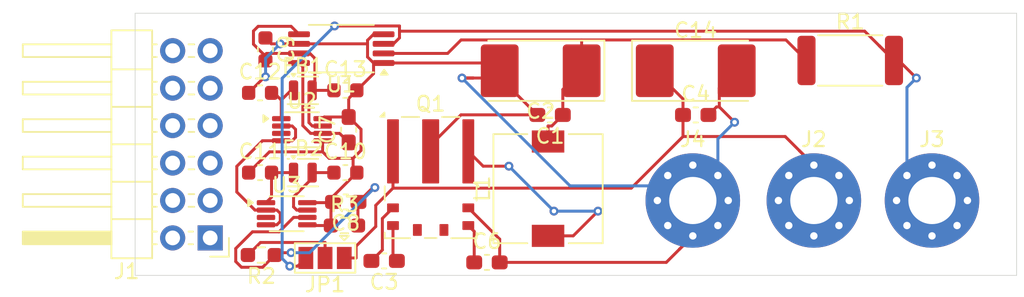
<source format=kicad_pcb>
(kicad_pcb (version 20241229) (generator "pcbnew") (generator_version "9.0")
  (title_block (comment 4 "AISLER Project ID: HIJJCHOP"))
  (layers (0 "F.Cu" signal) (2 "B.Cu" signal) (13 "F.Paste" user) (15 "B.Paste" user) (5 "F.SilkS" user "F.Silkscreen") (7 "B.SilkS" user "B.Silkscreen") (1 "F.Mask" user) (3 "B.Mask" user) (25 "Edge.Cuts" user))
  (net 0 "")
  (net 1 "GND")
  (net 2 "Net-(U1-REF1)")
  (net 3 "Net-(U3-AVDD)")
  (net 4 "Net-(U3-DVDD)")
  (net 5 "Net-(U2-DVDD)")
  (net 6 "Net-(Q1-HB)")
  (net 7 "Net-(J2-Pin_1)")
  (net 9 "Net-(L1-Pad1)")
  (net 10 "Net-(Q1-HS)")
  (net 11 "Net-(Q1-VCC)")
  (net 13 "Net-(J3-Pin_1)")
  (net 14 "Net-(U1-+)")
  (net 15 "Net-(U2-AINP)")
  (net 17 "Net-(U2-SCLK)")
  (net 19 "Net-(U3-AINP)")
  (net 32 "Net-(JP1-C)")
  (footprint "Inductor_SMD:L_Coilcraft_0604HQ_1610Metric" (layer "F.Cu") (at 140.895 112.41)
    (property "Reference" "FB2" (at 0 -1.64 0) (layer "F.SilkS"))
    (property "Value" "FerriteBead_Small")
    (pad "1" smd roundrect (at -0.63 0) (size 0.63 1.35) (layers "F.Cu" "F.Mask" "F.Paste") (net 4 "Net-(U3-DVDD)"))
    (pad "2" smd roundrect (at 0.63 0) (size 0.63 1.35) (layers "F.Cu" "F.Mask" "F.Paste") (net 3 "Net-(U3-AVDD)"))
  )
  (footprint "Capacitor_SMD:C_0603_1608Metric" (layer "F.Cu") (at 143.775 112.41)
    (property "Reference" "C10" (at 0 -1.43 0) (layer "F.SilkS"))
    (property "Value" "1uF")
    (pad "1" smd roundrect (at -0.775 0) (size 0.9 0.95) (layers "F.Cu" "F.Mask" "F.Paste") (net 3 "Net-(U3-AVDD)"))
    (pad "2" smd roundrect (at 0.775 0) (size 0.9 0.95) (layers "F.Cu" "F.Mask" "F.Paste") (net 1 "GND"))
  )
  (footprint "Capacitor_SMD:C_0603_1608Metric" (layer "F.Cu") (at 138 112.41)
    (property "Reference" "C11" (at 0 -1.43 0) (layer "F.SilkS"))
    (property "Value" "1uF")
    (pad "1" smd roundrect (at -0.775 0) (size 0.9 0.95) (layers "F.Cu" "F.Mask" "F.Paste") (net 1 "GND"))
    (pad "2" smd roundrect (at 0.775 0) (size 0.9 0.95) (layers "F.Cu" "F.Mask" "F.Paste") (net 4 "Net-(U3-DVDD)"))
  )
  (footprint "Capacitor_SMD:C_0603_1608Metric_Pad1.08x0.95mm_HandSolder" (layer "F.Cu") (at 144 109.5 90)
    (property "Reference" "C7" (at 0 -1.43 90) (layer "F.SilkS"))
    (property "Value" "1nF")
    (pad "1" smd roundrect (at -0.8625 0 90) (size 1.075 0.95) (layers "F.Cu" "F.Mask" "F.Paste") (net 15 "Net-(U2-AINP)"))
    (pad "2" smd roundrect (at 0.8625 0 90) (size 1.075 0.95) (layers "F.Cu" "F.Mask" "F.Paste") (net 1 "GND"))
  )
  (footprint "Resistor_SMD:R_2512_6332Metric" (layer "F.Cu") (at 177.9625 104.8029)
    (property "Reference" "R1" (at 0 -2.63 0) (layer "F.SilkS"))
    (property "Value" "10mR")
    (pad "1" smd roundrect (at -2.9625 0) (size 1.225 3.35) (layers "F.Cu" "F.Mask" "F.Paste") (roundrect_rratio 0.204082) (net 14 "Net-(U1-+)"))
    (pad "2" smd roundrect (at 2.9625 0) (size 1.225 3.35) (layers "F.Cu" "F.Mask" "F.Paste") (roundrect_rratio 0.204082) (net 13 "Net-(J3-Pin_1)"))
  )
  (footprint "MountingHole:MountingHole_3.2mm_M3_Pad_Via" (layer "F.Cu") (at 167.3029 114.3029)
    (property "Reference" "J4" (at 0 -4.15 0) (layer "F.SilkS"))
    (property "Value" "Conn_01x01_Pin")
    (pad "1" thru_hole circle (at -2.4 0) (size 0.8 0.8) (drill 0.5) (layers "*.Cu" "*.Mask") (net 1 "GND"))
    (pad "1" thru_hole circle (at -1.697056 -1.697056) (size 0.8 0.8) (drill 0.5) (layers "*.Cu" "*.Mask") (net 1 "GND"))
    (pad "1" thru_hole circle (at -1.697056 1.697056) (size 0.8 0.8) (drill 0.5) (layers "*.Cu" "*.Mask") (net 1 "GND"))
    (pad "1" thru_hole circle (at 0 -2.4) (size 0.8 0.8) (drill 0.5) (layers "*.Cu" "*.Mask") (net 1 "GND"))
    (pad "1" thru_hole circle (at 0 0) (size 6.4 6.4) (drill 3.2) (layers "*.Cu" "*.Mask") (net 1 "GND"))
    (pad "1" thru_hole circle (at 0 2.4) (size 0.8 0.8) (drill 0.5) (layers "*.Cu" "*.Mask") (net 1 "GND"))
    (pad "1" thru_hole circle (at 1.697056 -1.697056) (size 0.8 0.8) (drill 0.5) (layers "*.Cu" "*.Mask") (net 1 "GND"))
    (pad "1" thru_hole circle (at 1.697056 1.697056) (size 0.8 0.8) (drill 0.5) (layers "*.Cu" "*.Mask") (net 1 "GND"))
    (pad "1" thru_hole circle (at 2.4 0) (size 0.8 0.8) (drill 0.5) (layers "*.Cu" "*.Mask") (net 1 "GND"))
  )
  (footprint "Inductor_SMD:L_Coilcraft_0604HQ_1610Metric" (layer "F.Cu") (at 140.895 106.83)
    (property "Reference" "FB1" (at 0 -1.64 0) (layer "F.SilkS"))
    (property "Value" "FerriteBead_Small")
    (pad "1" smd roundrect (at -0.63 0) (size 0.63 1.35) (layers "F.Cu" "F.Mask" "F.Paste") (net 5 "Net-(U2-DVDD)"))
    (pad "2" smd roundrect (at 0.63 0) (size 0.63 1.35) (layers "F.Cu" "F.Mask" "F.Paste") (net 2 "Net-(U1-REF1)"))
  )
  (footprint "Resistor_SMD:R_0603_1608Metric_Pad0.98x0.95mm_HandSolder" (layer "F.Cu") (at 143.7125 116)
    (property "Reference" "R3" (at 0 -1.43 0) (layer "F.SilkS"))
    (property "Value" "R")
    (pad "1" smd roundrect (at -0.9125 0) (size 0.975 0.95) (layers "F.Cu" "F.Mask" "F.Paste") (net 1 "GND"))
    (pad "2" smd roundrect (at 0.9125 0) (size 0.975 0.95) (layers "F.Cu" "F.Mask" "F.Paste") (net 19 "Net-(U3-AINP)"))
  )
  (footprint "Capacitor_SMD:C_0603_1608Metric_Pad1.08x0.95mm_HandSolder" (layer "F.Cu") (at 143.8 114.4 180)
    (property "Reference" "C8" (at 0 -1.43 0) (layer "F.SilkS"))
    (property "Value" "1nF")
    (pad "1" smd roundrect (at -0.8625 0 180) (size 1.075 0.95) (layers "F.Cu" "F.Mask" "F.Paste") (net 19 "Net-(U3-AINP)"))
    (pad "2" smd roundrect (at 0.8625 0 180) (size 1.075 0.95) (layers "F.Cu" "F.Mask" "F.Paste") (net 1 "GND"))
  )
  (footprint "Package_SO:VSSOP-8_2.3x2mm_P0.5mm" (layer "F.Cu") (at 140.835 109.5)
    (property "Reference" "U2" (at 0 -1.95 0) (layer "F.SilkS"))
    (property "Value" "ADS7042xDCU")
    (pad "1" smd roundrect (at -1.4 -0.75) (size 1.25 0.35) (layers "F.Cu" "F.Mask" "F.Paste") (net 5 "Net-(U2-DVDD)"))
    (pad "2" smd roundrect (at -1.4 -0.25) (size 1.25 0.35) (layers "F.Cu" "F.Mask" "F.Paste") (net 17 "Net-(U2-SCLK)"))
    (pad "3" smd roundrect (at -1.4 0.25) (size 1.25 0.35) (layers "F.Cu" "F.Mask" "F.Paste"))
    (pad "4" smd roundrect (at -1.4 0.75) (size 1.25 0.35) (layers "F.Cu" "F.Mask" "F.Paste") (net 17 "Net-(U2-SCLK)"))
    (pad "5" smd roundrect (at 1.4 0.75) (size 1.25 0.35) (layers "F.Cu" "F.Mask" "F.Paste") (net 1 "GND"))
    (pad "6" smd roundrect (at 1.4 0.25) (size 1.25 0.35) (layers "F.Cu" "F.Mask" "F.Paste") (net 15 "Net-(U2-AINP)"))
    (pad "7" smd roundrect (at 1.4 -0.25) (size 1.25 0.35) (layers "F.Cu" "F.Mask" "F.Paste") (net 2 "Net-(U1-REF1)"))
    (pad "8" smd roundrect (at 1.4 -0.75) (size 1.25 0.35) (layers "F.Cu" "F.Mask" "F.Paste") (net 1 "GND"))
  )
  (footprint "Inductor_SMD:L_7.3x7.3_H4.5" (layer "F.Cu") (at 157.5 113.5 90)
    (property "Reference" "L1" (at 0 -4.45 90) (layer "F.SilkS"))
    (property "Value" "2.2uH 5A")
    (pad "1" smd rect (at -3.2 0 90) (size 1.5 2.2) (layers "F.Cu" "F.Mask" "F.Paste") (net 9 "Net-(L1-Pad1)"))
    (pad "2" smd rect (at 3.2 0 90) (size 1.5 2.2) (layers "F.Cu" "F.Mask" "F.Paste") (net 14 "Net-(U1-+)"))
  )
  (footprint "Capacitor_Tantalum_SMD:CP_EIA-7132-28_AVX-C" (layer "F.Cu") (at 167.5 105.5)
    (property "Reference" "C14" (at 0 -2.74 0) (layer "F.SilkS"))
    (property "Value" "4.7uF")
    (pad "1" smd roundrect (at -2.775 0) (size 2.56 3.57) (layers "F.Cu" "F.Mask" "F.Paste") (roundrect_rratio 0.097656) (net 7 "Net-(J2-Pin_1)"))
    (pad "2" smd roundrect (at 2.775 0) (size 2.56 3.57) (layers "F.Cu" "F.Mask" "F.Paste") (roundrect_rratio 0.097656) (net 1 "GND"))
  )
  (footprint "Connector_PinHeader_2.54mm:PinHeader_2x06_P2.54mm_Horizontal" (layer "F.Cu") (at 134.62 116.84 180)
    (property "Reference" "J1" (at 5.655 -2.27 0) (layer "F.SilkS"))
    (property "Value" "Conn_02x06_Odd_Even")
    (pad "1" thru_hole rect (at 0 0 180) (size 1.7 1.7) (drill 1) (layers "*.Cu" "*.Mask"))
    (pad "2" thru_hole circle (at 2.54 0 180) (size 1.7 1.7) (drill 1) (layers "*.Cu" "*.Mask"))
    (pad "3" thru_hole circle (at 0 2.54 180) (size 1.7 1.7) (drill 1) (layers "*.Cu" "*.Mask"))
    (pad "4" thru_hole circle (at 2.54 2.54 180) (size 1.7 1.7) (drill 1) (layers "*.Cu" "*.Mask"))
    (pad "5" thru_hole circle (at 0 5.08 180) (size 1.7 1.7) (drill 1) (layers "*.Cu" "*.Mask"))
    (pad "6" thru_hole circle (at 2.54 5.08 180) (size 1.7 1.7) (drill 1) (layers "*.Cu" "*.Mask"))
    (pad "7" thru_hole circle (at 0 7.62 180) (size 1.7 1.7) (drill 1) (layers "*.Cu" "*.Mask"))
    (pad "8" thru_hole circle (at 2.54 7.62 180) (size 1.7 1.7) (drill 1) (layers "*.Cu" "*.Mask"))
    (pad "9" thru_hole circle (at 0 10.16 180) (size 1.7 1.7) (drill 1) (layers "*.Cu" "*.Mask"))
    (pad "10" thru_hole circle (at 2.54 10.16 180) (size 1.7 1.7) (drill 1) (layers "*.Cu" "*.Mask"))
    (pad "11" thru_hole circle (at 0 12.7 180) (size 1.7 1.7) (drill 1) (layers "*.Cu" "*.Mask"))
    (pad "12" thru_hole circle (at 2.54 12.7 180) (size 1.7 1.7) (drill 1) (layers "*.Cu" "*.Mask"))
  )
  (footprint "Capacitor_SMD:C_0603_1608Metric" (layer "F.Cu") (at 138 107)
    (property "Reference" "C12" (at 0 -1.43 0) (layer "F.SilkS"))
    (property "Value" "1uF")
    (pad "1" smd roundrect (at -0.775 0) (size 0.9 0.95) (layers "F.Cu" "F.Mask" "F.Paste") (net 1 "GND"))
    (pad "2" smd roundrect (at 0.775 0) (size 0.9 0.95) (layers "F.Cu" "F.Mask" "F.Paste") (net 5 "Net-(U2-DVDD)"))
  )
  (footprint "Capacitor_SMD:C_0603_1608Metric_Pad1.08x0.95mm_HandSolder" (layer "F.Cu") (at 167.5 108.5)
    (property "Reference" "C4" (at 0 -1.43 0) (layer "F.SilkS"))
    (property "Value" "100nF/50V")
    (pad "1" smd roundrect (at -0.8625 0) (size 1.075 0.95) (layers "F.Cu" "F.Mask" "F.Paste") (net 7 "Net-(J2-Pin_1)"))
    (pad "2" smd roundrect (at 0.8625 0) (size 1.075 0.95) (layers "F.Cu" "F.Mask" "F.Paste") (net 1 "GND"))
  )
  (footprint "Capacitor_SMD:C_0603_1608Metric_Pad1.08x0.95mm_HandSolder" (layer "F.Cu") (at 146.4 118.4 180)
    (property "Reference" "C3" (at 0 -1.43 0) (layer "F.SilkS"))
    (property "Value" "C")
    (pad "1" smd roundrect (at -0.8625 0 180) (size 1.075 0.95) (layers "F.Cu" "F.Mask" "F.Paste") (net 10 "Net-(Q1-HS)"))
    (pad "2" smd roundrect (at 0.8625 0 180) (size 1.075 0.95) (layers "F.Cu" "F.Mask" "F.Paste") (net 6 "Net-(Q1-HB)"))
  )
  (footprint "Resistor_SMD:R_0603_1608Metric_Pad0.98x0.95mm_HandSolder" (layer "F.Cu") (at 138.0875 118 180)
    (property "Reference" "R2" (at 0 -1.43 0) (layer "F.SilkS"))
    (property "Value" "R")
    (pad "1" smd roundrect (at -0.9125 0 180) (size 0.975 0.95) (layers "F.Cu" "F.Mask" "F.Paste") (net 19 "Net-(U3-AINP)"))
    (pad "2" smd roundrect (at 0.9125 0 180) (size 0.975 0.95) (layers "F.Cu" "F.Mask" "F.Paste") (net 32 "Net-(JP1-C)"))
  )
  (footprint "Capacitor_SMD:C_0603_1608Metric_Pad1.08x0.95mm_HandSolder" (layer "F.Cu") (at 157.6375 108.5 180)
    (property "Reference" "C1" (at 0 -1.43 0) (layer "F.SilkS"))
    (property "Value" "100nF/50V")
    (pad "1" smd roundrect (at -0.8625 0 180) (size 1.075 0.95) (layers "F.Cu" "F.Mask" "F.Paste") (net 14 "Net-(U1-+)"))
    (pad "2" smd roundrect (at 0.8625 0 180) (size 1.075 0.95) (layers "F.Cu" "F.Mask" "F.Paste") (net 1 "GND"))
  )
  (footprint "Package_SO:TSSOP-8_4.4x3mm_P0.65mm" (layer "F.Cu") (at 143.5 104 180)
    (property "Reference" "U1" (at 0 -2.45 0) (layer "F.SilkS"))
    (property "Value" "INA240A3PW")
    (pad "1" smd roundrect (at -2.8625 -0.975 180) (size 1.475 0.4) (layers "F.Cu" "F.Mask" "F.Paste") (net 1 "GND"))
    (pad "2" smd roundrect (at -2.8625 -0.325 180) (size 1.475 0.4) (layers "F.Cu" "F.Mask" "F.Paste") (net 14 "Net-(U1-+)"))
    (pad "3" smd roundrect (at -2.8625 0.325 180) (size 1.475 0.4) (layers "F.Cu" "F.Mask" "F.Paste") (net 13 "Net-(J3-Pin_1)"))
    (pad "4" smd roundrect (at -2.8625 0.975 180) (size 1.475 0.4) (layers "F.Cu" "F.Mask" "F.Paste") (net 1 "GND"))
    (pad "5" smd roundrect (at 2.8625 0.975 180) (size 1.475 0.4) (layers "F.Cu" "F.Mask" "F.Paste") (net 2 "Net-(U1-REF1)"))
    (pad "6" smd roundrect (at 2.8625 0.325 180) (size 1.475 0.4) (layers "F.Cu" "F.Mask" "F.Paste") (net 1 "GND"))
    (pad "7" smd roundrect (at 2.8625 -0.325 180) (size 1.475 0.4) (layers "F.Cu" "F.Mask" "F.Paste") (net 2 "Net-(U1-REF1)"))
    (pad "8" smd roundrect (at 2.8625 -0.975 180) (size 1.475 0.4) (layers "F.Cu" "F.Mask" "F.Paste") (net 15 "Net-(U2-AINP)"))
  )
  (footprint "Package_DFN_QFN:Texas_MOF0009A" (layer "F.Cu") (at 149.55 112.7475)
    (property "Reference" "Q1" (at 0 -5 0) (layer "F.SilkS"))
    (property "Value" "LMG5200")
    (pad "1" smd roundrect (at -2.55 -1.7775) (size 0.8 4.35) (layers "F.Cu" "F.Mask") (roundrect_rratio 0.063) (net 7 "Net-(J2-Pin_1)"))
    (pad "2" smd roundrect (at -2.55 2.0525) (size 0.8 0.6) (layers "F.Cu" "F.Mask" "F.Paste") (roundrect_rratio 0.084) (net 6 "Net-(Q1-HB)"))
    (pad "3" smd roundrect (at -2.55 3.2525) (size 0.8 0.6) (layers "F.Cu" "F.Mask" "F.Paste") (roundrect_rratio 0.084) (net 10 "Net-(Q1-HS)"))
    (pad "4" smd roundrect (at -0.9 3.5525) (size 0.6 0.8) (layers "F.Cu" "F.Mask" "F.Paste") (roundrect_rratio 0.084))
    (pad "5" smd roundrect (at 0.9 3.5525) (size 0.6 0.8) (layers "F.Cu" "F.Mask" "F.Paste") (roundrect_rratio 0.084))
    (pad "6" smd roundrect (at 2.55 3.2525) (size 0.8 0.6) (layers "F.Cu" "F.Mask" "F.Paste") (roundrect_rratio 0.084) (net 11 "Net-(Q1-VCC)"))
    (pad "7" smd roundrect (at 2.55 2.0525) (size 0.8 0.6) (layers "F.Cu" "F.Mask" "F.Paste") (roundrect_rratio 0.084) (net 1 "GND"))
    (pad "8" smd roundrect (at 2.55 -1.7775) (size 0.8 4.35) (layers "F.Cu" "F.Mask") (roundrect_rratio 0.063) (net 9 "Net-(L1-Pad1)"))
    (pad "9" smd roundrect (at 0 -1.7775) (size 1.15 4.35) (layers "F.Cu" "F.Mask") (roundrect_rratio 0.044) (net 1 "GND"))
  )
  (footprint "Capacitor_SMD:C_0603_1608Metric" (layer "F.Cu") (at 143.775 106.83)
    (property "Reference" "C13" (at 0 -1.43 0) (layer "F.SilkS"))
    (property "Value" "1uF")
    (pad "1" smd roundrect (at -0.775 0) (size 0.9 0.95) (layers "F.Cu" "F.Mask" "F.Paste") (net 2 "Net-(U1-REF1)"))
    (pad "2" smd roundrect (at 0.775 0) (size 0.9 0.95) (layers "F.Cu" "F.Mask" "F.Paste") (net 1 "GND"))
  )
  (footprint "Capacitor_Tantalum_SMD:CP_EIA-7132-28_AVX-C" (layer "F.Cu") (at 157 105.5 180)
    (property "Reference" "C2" (at 0 -2.74 0) (layer "F.SilkS"))
    (property "Value" "4.7uF")
    (pad "1" smd roundrect (at -2.775 0 180) (size 2.56 3.57) (layers "F.Cu" "F.Mask" "F.Paste") (roundrect_rratio 0.097656) (net 14 "Net-(U1-+)"))
    (pad "2" smd roundrect (at 2.775 0 180) (size 2.56 3.57) (layers "F.Cu" "F.Mask" "F.Paste") (roundrect_rratio 0.097656) (net 1 "GND"))
  )
  (footprint "Jumper:SolderJumper-3_P1.3mm_Open_Pad1.0x1.5mm" (layer "F.Cu") (at 142.4 118.2 180)
    (property "Reference" "JP1" (at 0 -1.8 0) (layer "F.SilkS"))
    (property "Value" "Jumper_3_Bridged12")
    (pad "1" smd rect (at -1.3 0 180) (size 1 1.5) (layers "F.Cu" "F.Mask") (net 7 "Net-(J2-Pin_1)"))
    (pad "2" smd rect (at 0 0 180) (size 1 1.5) (layers "F.Cu" "F.Mask") (net 32 "Net-(JP1-C)"))
    (pad "3" smd rect (at 1.3 0 180) (size 1 1.5) (layers "F.Cu" "F.Mask") (net 13 "Net-(J3-Pin_1)"))
  )
  (footprint "Capacitor_SMD:C_0603_1608Metric" (layer "F.Cu") (at 138.3625 104.05 -90)
    (property "Reference" "C9" (at 0 -1.43 90) (layer "F.SilkS"))
    (property "Value" "1uF")
    (pad "1" smd roundrect (at -0.775 0 270) (size 0.9 0.95) (layers "F.Cu" "F.Mask" "F.Paste") (net 1 "GND"))
    (pad "2" smd roundrect (at 0.775 0 270) (size 0.9 0.95) (layers "F.Cu" "F.Mask" "F.Paste") (net 2 "Net-(U1-REF1)"))
  )
  (footprint "Capacitor_SMD:C_0603_1608Metric_Pad1.08x0.95mm_HandSolder" (layer "F.Cu") (at 153.3625 118.5)
    (property "Reference" "C6" (at 0 -1.43 0) (layer "F.SilkS"))
    (property "Value" "100nF / 50V")
    (pad "1" smd roundrect (at -0.8625 0) (size 1.075 0.95) (layers "F.Cu" "F.Mask" "F.Paste") (net 11 "Net-(Q1-VCC)"))
    (pad "2" smd roundrect (at 0.8625 0) (size 1.075 0.95) (layers "F.Cu" "F.Mask" "F.Paste") (net 1 "GND"))
  )
  (footprint "MountingHole:MountingHole_3.2mm_M3_Pad_Via" (layer "F.Cu") (at 175.5 114.3029)
    (property "Reference" "J2" (at 0 -4.15 0) (layer "F.SilkS"))
    (property "Value" "Conn_01x01_Pin")
    (pad "1" thru_hole circle (at -2.4 0) (size 0.8 0.8) (drill 0.5) (layers "*.Cu" "*.Mask") (net 7 "Net-(J2-Pin_1)"))
    (pad "1" thru_hole circle (at -1.697056 -1.697056) (size 0.8 0.8) (drill 0.5) (layers "*.Cu" "*.Mask") (net 7 "Net-(J2-Pin_1)"))
    (pad "1" thru_hole circle (at -1.697056 1.697056) (size 0.8 0.8) (drill 0.5) (layers "*.Cu" "*.Mask") (net 7 "Net-(J2-Pin_1)"))
    (pad "1" thru_hole circle (at 0 -2.4) (size 0.8 0.8) (drill 0.5) (layers "*.Cu" "*.Mask") (net 7 "Net-(J2-Pin_1)"))
    (pad "1" thru_hole circle (at 0 0) (size 6.4 6.4) (drill 3.2) (layers "*.Cu" "*.Mask") (net 7 "Net-(J2-Pin_1)"))
    (pad "1" thru_hole circle (at 0 2.4) (size 0.8 0.8) (drill 0.5) (layers "*.Cu" "*.Mask") (net 7 "Net-(J2-Pin_1)"))
    (pad "1" thru_hole circle (at 1.697056 -1.697056) (size 0.8 0.8) (drill 0.5) (layers "*.Cu" "*.Mask") (net 7 "Net-(J2-Pin_1)"))
    (pad "1" thru_hole circle (at 1.697056 1.697056) (size 0.8 0.8) (drill 0.5) (layers "*.Cu" "*.Mask") (net 7 "Net-(J2-Pin_1)"))
    (pad "1" thru_hole circle (at 2.4 0) (size 0.8 0.8) (drill 0.5) (layers "*.Cu" "*.Mask") (net 7 "Net-(J2-Pin_1)"))
  )
  (footprint "MountingHole:MountingHole_3.2mm_M3_Pad_Via" (layer "F.Cu") (at 183.5 114.3029)
    (property "Reference" "J3" (at 0 -4.15 0) (layer "F.SilkS"))
    (property "Value" "Conn_01x01_Pin")
    (pad "1" thru_hole circle (at -2.4 0) (size 0.8 0.8) (drill 0.5) (layers "*.Cu" "*.Mask") (net 13 "Net-(J3-Pin_1)"))
    (pad "1" thru_hole circle (at -1.697056 -1.697056) (size 0.8 0.8) (drill 0.5) (layers "*.Cu" "*.Mask") (net 13 "Net-(J3-Pin_1)"))
    (pad "1" thru_hole circle (at -1.697056 1.697056) (size 0.8 0.8) (drill 0.5) (layers "*.Cu" "*.Mask") (net 13 "Net-(J3-Pin_1)"))
    (pad "1" thru_hole circle (at 0 -2.4) (size 0.8 0.8) (drill 0.5) (layers "*.Cu" "*.Mask") (net 13 "Net-(J3-Pin_1)"))
    (pad "1" thru_hole circle (at 0 0) (size 6.4 6.4) (drill 3.2) (layers "*.Cu" "*.Mask") (net 13 "Net-(J3-Pin_1)"))
    (pad "1" thru_hole circle (at 0 2.4) (size 0.8 0.8) (drill 0.5) (layers "*.Cu" "*.Mask") (net 13 "Net-(J3-Pin_1)"))
    (pad "1" thru_hole circle (at 1.697056 -1.697056) (size 0.8 0.8) (drill 0.5) (layers "*.Cu" "*.Mask") (net 13 "Net-(J3-Pin_1)"))
    (pad "1" thru_hole circle (at 1.697056 1.697056) (size 0.8 0.8) (drill 0.5) (layers "*.Cu" "*.Mask") (net 13 "Net-(J3-Pin_1)"))
    (pad "1" thru_hole circle (at 2.4 0) (size 0.8 0.8) (drill 0.5) (layers "*.Cu" "*.Mask") (net 13 "Net-(J3-Pin_1)"))
  )
  (footprint "Package_SO:VSSOP-8_2.3x2mm_P0.5mm" (layer "F.Cu") (at 139.8 115.2)
    (property "Reference" "U3" (at 0 -1.95 0) (layer "F.SilkS"))
    (property "Value" "ADS7042xDCU")
    (pad "1" smd roundrect (at -1.4 -0.75) (size 1.25 0.35) (layers "F.Cu" "F.Mask" "F.Paste") (net 4 "Net-(U3-DVDD)"))
    (pad "2" smd roundrect (at -1.4 -0.25) (size 1.25 0.35) (layers "F.Cu" "F.Mask" "F.Paste") (net 17 "Net-(U2-SCLK)"))
    (pad "3" smd roundrect (at -1.4 0.25) (size 1.25 0.35) (layers "F.Cu" "F.Mask" "F.Paste"))
    (pad "4" smd roundrect (at -1.4 0.75) (size 1.25 0.35) (layers "F.Cu" "F.Mask" "F.Paste") (net 17 "Net-(U2-SCLK)"))
    (pad "5" smd roundrect (at 1.4 0.75) (size 1.25 0.35) (layers "F.Cu" "F.Mask" "F.Paste") (net 1 "GND"))
    (pad "6" smd roundrect (at 1.4 0.25) (size 1.25 0.35) (layers "F.Cu" "F.Mask" "F.Paste") (net 19 "Net-(U3-AINP)"))
    (pad "7" smd roundrect (at 1.4 -0.25) (size 1.25 0.35) (layers "F.Cu" "F.Mask" "F.Paste") (net 3 "Net-(U3-AVDD)"))
    (pad "8" smd roundrect (at 1.4 -0.75) (size 1.25 0.35) (layers "F.Cu" "F.Mask" "F.Paste") (net 1 "GND"))
  )
  (gr_line (start 129.54 101.6) (end 129.54 119.38) (stroke (width 0.05)) (layer "Edge.Cuts"))
  (gr_line (start 129.54 119.38) (end 189.23 119.38) (stroke (width 0.05)) (layer "Edge.Cuts"))
  (gr_line (start 189.23 119.38) (end 189.23 101.6) (stroke (width 0.05)) (layer "Edge.Cuts"))
  (gr_line (start 189.23 101.6) (end 129.54 101.6) (stroke (width 0.05)) (layer "Edge.Cuts"))
  (segment (start 144 108.638) (end 144.836 109.474) (width 0.2) (layer "F.Cu") (net 1))
  (segment (start 141.2 114.45) (end 142.8 114.45) (width 0.2) (layer "F.Cu") (net 1))
  (segment (start 167.3029 116.7031) (end 167.3029 116.7029) (width 0.2) (layer "F.Cu") (net 1))
  (segment (start 142.8 114.45) (end 142.8 116) (width 0.2) (layer "F.Cu") (net 1))
  (segment (start 164.9029 114.3029) (end 164.903 114.303) (width 0.2) (layer "F.Cu") (net 1))
  (segment (start 145.277 103.675) (end 140.6375 103.675) (width 0.2) (layer "F.Cu") (net 1))
  (segment (start 144 108.638) (end 144 108.6375) (width 0.2) (layer "F.Cu") (net 1))
  (segment (start 168.906 107.956) (end 169.097 107.956) (width 0.2) (layer "F.Cu") (net 1))
  (segment (start 168.503 114.303) (end 169.7028 114.303) (width 0.2) (layer "F.Cu") (net 1))
  (segment (start 154.225 105.995) (end 154.225 105.5) (width 0.2) (layer "F.Cu") (net 1))
  (segment (start 144.299 112.159) (end 144.55 112.41) (width 0.2) (layer "F.Cu") (net 1))
  (segment (start 138.3625 103.275) (end 138.362 103.275) (width 0.2) (layer "F.Cu") (net 1))
  (segment (start 166.4045 117.6015) (end 167.3029 116.7031) (width 0.2) (layer "F.Cu") (net 1))
  (segment (start 168.362 108.5) (end 168.3623 108.4997) (width 0.2) (layer "F.Cu") (net 1))
  (segment (start 141.25 116) (end 141.2 115.95) (width 0.2) (layer "F.Cu") (net 1))
  (segment (start 138.762 103.675) (end 138.362 103.275) (width 0.2) (layer "F.Cu") (net 1))
  (segment (start 142.235 111.003) (end 142.674 111.442) (width 0.2) (layer "F.Cu") (net 1))
  (segment (start 149.55 110.544) (end 151.601 108.493) (width 0.2) (layer "F.Cu") (net 1))
  (segment (start 168.3623 108.4998) (end 168.3623 108.4997) (width 0.2) (layer "F.Cu") (net 1))
  (segment (start 166.703 114.303) (end 164.903 114.303) (width 0.2) (layer "F.Cu") (net 1))
  (segment (start 170.275 105.5) (end 169.097 106.678) (width 0.2) (layer "F.Cu") (net 1))
  (segment (start 154.225 118.5) (end 154.225 116.925) (width 0.2) (layer "F.Cu") (net 1))
  (segment (start 146.3625 103.025) (end 146.362 103.025) (width 0.2) (layer "F.Cu") (net 1))
  (segment (start 142.9375 114.4) (end 142.85 114.4) (width 0.2) (layer "F.Cu") (net 1))
  (segment (start 166.4045 117.6015) (end 167.303 116.703) (width 0.2) (layer "F.Cu") (net 1))
  (segment (start 167.3028 114.303) (end 167.3029 114.3029) (width 0.2) (layer "F.Cu") (net 1))
  (segment (start 146.3625 104.975) (end 153.7 104.975) (width 0.2) (layer "F.Cu") (net 1))
  (segment (start 146.362 103.025) (end 145.684 103.025) (width 0.2) (layer "F.Cu") (net 1))
  (segment (start 149.55 110.97) (end 149.55 110.544) (width 0.2) (layer "F.Cu") (net 1))
  (segment (start 145.684 104.975) (end 146.3625 104.975) (width 0.2) (layer "F.Cu") (net 1))
  (segment (start 154.225 105.995) (end 152.43 105.995) (width 0.2) (layer "F.Cu") (net 1))
  (segment (start 138.3085 105.9165) (end 138.3721 105.9165) (width 0.2) (layer "F.Cu") (net 1))
  (segment (start 169.097 106.678) (end 169.097 107.956) (width 0.2) (layer "F.Cu") (net 1))
  (segment (start 168.3623 108.4997) (end 168.906 107.956) (width 0.2) (layer "F.Cu") (net 1))
  (segment (start 142.235 110.25) (end 142.235 111.003) (width 0.2) (layer "F.Cu") (net 1))
  (segment (start 142.235 108.75) (end 142.348 108.638) (width 0.2) (layer "F.Cu") (net 1))
  (segment (start 140.6375 103.675) (end 139.3549 103.675) (width 0.2) (layer "F.Cu") (net 1))
  (segment (start 137.225 107) (end 138.3085 105.9165) (width 0.2) (layer "F.Cu") (net 1))
  (segment (start 142.674 111.442) (end 144.299 111.442) (width 0.2) (layer "F.Cu") (net 1))
  (segment (start 156.768 108.493) (end 156.775 108.5) (width 0.2) (layer "F.Cu") (net 1))
  (segment (start 138.632 111.003) (end 142.235 111.003) (width 0.2) (layer "F.Cu") (net 1))
  (segment (start 151.601 108.493) (end 156.768 108.493) (width 0.2) (layer "F.Cu") (net 1))
  (segment (start 169.097 107.956) (end 170.132 108.992) (width 0.2) (layer "F.Cu") (net 1))
  (segment (start 168.503 114.303) (end 166.703 114.303) (width 0.2) (layer "F.Cu") (net 1))
  (segment (start 144 108.6375) (end 144 107.38) (width 0.2) (layer "F.Cu") (net 1))
  (segment (start 166.703 114.303) (end 167.3028 114.303) (width 0.2) (layer "F.Cu") (net 1))
  (segment (start 151.673 105.995) (end 152.43 105.995) (width 0.2) (layer "F.Cu") (net 1))
  (segment (start 152.43 105.995) (end 151.673 105.995) (width 0.2) (layer "F.Cu") (net 1))
  (segment (start 142.938 114.4) (end 142.9375 114.4) (width 0.2) (layer "F.Cu") (net 1))
  (segment (start 142.8 116) (end 141.25 116) (width 0.2) (layer "F.Cu") (net 1))
  (segment (start 152.43 105.995) (end 151.673 105.995) (width 0.2) (layer "F.Cu") (net 1))
  (segment (start 142.85 114.4) (end 142.8 114.45) (width 0.2) (layer "F.Cu") (net 1))
  (segment (start 145.277 104.568) (end 145.684 104.975) (width 0.2) (layer "F.Cu") (net 1))
  (segment (start 154.225 118.5) (end 165.506 118.5) (width 0.2) (layer "F.Cu") (net 1))
  (segment (start 153.7 104.975) (end 154.225 105.5) (width 0.2) (layer "F.Cu") (net 1))
  (segment (start 154.225 116.925) (end 152.1 114.8) (width 0.2) (layer "F.Cu") (net 1))
  (segment (start 145.277 103.432) (end 145.277 103.675) (width 0.2) (layer "F.Cu") (net 1))
  (segment (start 145.277 103.675) (end 145.277 104.568) (width 0.2) (layer "F.Cu") (net 1))
  (segment (start 144.55 112.41) (end 142.938 114.022) (width 0.2) (layer "F.Cu") (net 1))
  (segment (start 168.3625 108.5) (end 168.3623 108.4998) (width 0.2) (layer "F.Cu") (net 1))
  (segment (start 169.703 114.303) (end 168.503 114.303) (width 0.2) (layer "F.Cu") (net 1))
  (segment (start 165.506 118.5) (end 166.4045 117.6015) (width 0.2) (layer "F.Cu") (net 1))
  (segment (start 144.836 109.474) (end 144.836 110.905) (width 0.2) (layer "F.Cu") (net 1))
  (segment (start 144.55 106.83) (end 145.684 105.696) (width 0.2) (layer "F.Cu") (net 1))
  (segment (start 144.299 111.442) (end 144.299 112.159) (width 0.2) (layer "F.Cu") (net 1))
  (segment (start 144.836 110.905) (end 144.299 111.442) (width 0.2) (layer "F.Cu") (net 1))
  (segment (start 139.3549 103.675) (end 138.762 103.675) (width 0.2) (layer "F.Cu") (net 1))
  (segment (start 156.775 108.5) (end 154.27 105.995) (width 0.2) (layer "F.Cu") (net 1))
  (segment (start 169.7028 114.303) (end 169.7029 114.3029) (width 0.2) (layer "F.Cu") (net 1))
  (segment (start 154.27 105.995) (end 154.225 105.995) (width 0.2) (layer "F.Cu") (net 1))
  (segment (start 145.684 103.025) (end 145.277 103.432) (width 0.2) (layer "F.Cu") (net 1))
  (segment (start 137.225 112.41) (end 138.632 111.003) (width 0.2) (layer "F.Cu") (net 1))
  (segment (start 144 107.38) (end 144.55 106.83) (width 0.2) (layer "F.Cu") (net 1))
  (segment (start 142.348 108.638) (end 144 108.638) (width 0.2) (layer "F.Cu") (net 1))
  (segment (start 145.684 105.696) (end 145.684 104.975) (width 0.2) (layer "F.Cu") (net 1))
  (segment (start 142.938 114.022) (end 142.938 114.4) (width 0.2) (layer "F.Cu") (net 1))
  (via (at 139.3549 103.675) (size 0.6) (drill 0.3) (layers "F.Cu" "B.Cu") (net 1))
  (via (at 138.3721 105.9165) (size 0.6) (drill 0.3) (layers "F.Cu" "B.Cu") (net 1))
  (via (at 151.673 105.995) (size 0.6) (drill 0.3) (layers "F.Cu" "B.Cu") (net 1))
  (via (at 170.132 108.992) (size 0.6) (drill 0.3) (layers "F.Cu" "B.Cu") (net 1))
  (segment (start 167.3029 111.9029) (end 167.303 111.903) (width 0.2) (layer "B.Cu") (net 1))
  (segment (start 167.303 116.7029) (end 167.3029 116.7029) (width 0.2) (layer "B.Cu") (net 1))
  (segment (start 164.903 115.297) (end 165.6059 115.9999) (width 0.2) (layer "B.Cu") (net 1))
  (segment (start 138.3721 105.9165) (end 138.3721 104.6578) (width 0.2) (layer "B.Cu") (net 1))
  (segment (start 167.303 115.503) (end 167.303 113.703) (width 0.2) (layer "B.Cu") (net 1))
  (segment (start 158.987 113.309) (end 164.903 113.309) (width 0.2) (layer "B.Cu") (net 1))
  (segment (start 151.673 105.995) (end 158.987 113.309) (width 0.2) (layer "B.Cu") (net 1))
  (segment (start 165.6058 116) (end 165.6059 115.9999) (width 0.2) (layer "B.Cu") (net 1))
  (segment (start 164.903 114.3029) (end 164.903 115.297) (width 0.2) (layer "B.Cu") (net 1))
  (segment (start 167.303 115.503) (end 167.303 116.7029) (width 0.2) (layer "B.Cu") (net 1))
  (segment (start 164.9029 114.3029) (end 164.903 114.3029) (width 0.2) (layer "B.Cu") (net 1))
  (segment (start 167.303 116.703) (end 167.303 115.503) (width 0.2) (layer "B.Cu") (net 1))
  (segment (start 167.303 113.703) (end 167.303 111.903) (width 0.2) (layer "B.Cu") (net 1))
  (segment (start 169 112.6058) (end 169 112.606) (width 0.2) (layer "B.Cu") (net 1))
  (segment (start 169 112.606) (end 169.703 113.309) (width 0.2) (layer "B.Cu") (net 1))
  (segment (start 167.303 113.703) (end 167.3029 113.7031) (width 0.2) (layer "B.Cu") (net 1))
  (segment (start 169 110.124) (end 169 112.6058) (width 0.2) (layer "B.Cu") (net 1))
  (segment (start 165.6058 112.6058) (end 165.606 112.606) (width 0.2) (layer "B.Cu") (net 1))
  (segment (start 169.7029 114.3029) (end 169.703 114.3029) (width 0.2) (layer "B.Cu") (net 1))
  (segment (start 170.132 108.992) (end 169 110.124) (width 0.2) (layer "B.Cu") (net 1))
  (segment (start 138.3721 104.6578) (end 139.3549 103.675) (width 0.2) (layer "B.Cu") (net 1))
  (segment (start 165.606 112.606) (end 164.903 113.309) (width 0.2) (layer "B.Cu") (net 1))
  (segment (start 165.6059 115.9999) (end 165.606 116) (width 0.2) (layer "B.Cu") (net 1))
  (segment (start 169.703 115.297) (end 169 116) (width 0.2) (layer "B.Cu") (net 1))
  (segment (start 169.703 113.309) (end 169.703 114.3029) (width 0.2) (layer "B.Cu") (net 1))
  (segment (start 164.903 113.309) (end 164.903 114.3029) (width 0.2) (layer "B.Cu") (net 1))
  (segment (start 169.703 114.3029) (end 169.703 115.297) (width 0.2) (layer "B.Cu") (net 1))
  (segment (start 167.3029 113.7031) (end 167.3029 114.3029) (width 0.2) (layer "B.Cu") (net 1))
  (segment (start 142.235 109.25) (end 141.541 109.25) (width 0.2) (layer "F.Cu") (net 2))
  (segment (start 137.551 103.698) (end 137.551 102.806) (width 0.2) (layer "F.Cu") (net 2))
  (segment (start 140.6375 104.325) (end 140.638 104.325) (width 0.2) (layer "F.Cu") (net 2))
  (segment (start 140.099 102.487) (end 140.6377 103.0248) (width 0.2) (layer "F.Cu") (net 2))
  (segment (start 138.252 104.4) (end 137.551 103.698) (width 0.2) (layer "F.Cu") (net 2))
  (segment (start 141.307 109.016) (end 141.307 107.048) (width 0.2) (layer "F.Cu") (net 2))
  (segment (start 140.638 104.325) (end 138.437 104.325) (width 0.2) (layer "F.Cu") (net 2))
  (segment (start 138.3625 104.825) (end 138.362 104.825) (width 0.2) (layer "F.Cu") (net 2))
  (segment (start 143 106.83) (end 141.709 106.83) (width 0.2) (layer "F.Cu") (net 2))
  (segment (start 141.307 107.048) (end 141.525 106.83) (width 0.2) (layer "F.Cu") (net 2))
  (segment (start 141.709 106.83) (end 141.709 104.66) (width 0.2) (layer "F.Cu") (net 2))
  (segment (start 140.6377 103.0248) (end 140.638 103.025) (width 0.2) (layer "F.Cu") (net 2))
  (segment (start 141.709 104.66) (end 141.374 104.325) (width 0.2) (layer "F.Cu") (net 2))
  (segment (start 141.541 109.25) (end 141.307 109.016) (width 0.2) (layer "F.Cu") (net 2))
  (segment (start 141.374 104.325) (end 140.638 104.325) (width 0.2) (layer "F.Cu") (net 2))
  (segment (start 140.6375 103.025) (end 140.6377 103.0248) (width 0.2) (layer "F.Cu") (net 2))
  (segment (start 138.362 104.4) (end 138.252 104.4) (width 0.2) (layer "F.Cu") (net 2))
  (segment (start 141.709 106.83) (end 141.525 106.83) (width 0.2) (layer "F.Cu") (net 2))
  (segment (start 138.362 104.4) (end 138.362 104.825) (width 0.2) (layer "F.Cu") (net 2))
  (segment (start 137.869 102.487) (end 140.099 102.487) (width 0.2) (layer "F.Cu") (net 2))
  (segment (start 137.551 102.806) (end 137.869 102.487) (width 0.2) (layer "F.Cu") (net 2))
  (segment (start 138.437 104.325) (end 138.362 104.4) (width 0.2) (layer "F.Cu") (net 2))
  (segment (start 141.525 112.41) (end 141.525 112.797) (width 0.2) (layer "F.Cu") (net 3))
  (segment (start 141.525 112.41) (end 143 112.41) (width 0.2) (layer "F.Cu") (net 3))
  (segment (start 140.267 114.055) (end 140.267 114.737) (width 0.2) (layer "F.Cu") (net 3))
  (segment (start 140.267 114.737) (end 140.481 114.95) (width 0.2) (layer "F.Cu") (net 3))
  (segment (start 141.525 112.797) (end 140.267 114.055) (width 0.2) (layer "F.Cu") (net 3))
  (segment (start 140.481 114.95) (end 141.2 114.95) (width 0.2) (layer "F.Cu") (net 3))
  (segment (start 138.775 114.075) (end 138.775 112.41) (width 0.2) (layer "F.Cu") (net 4))
  (segment (start 138.4 114.45) (end 138.775 114.075) (width 0.2) (layer "F.Cu") (net 4))
  (segment (start 140.265 112.41) (end 138.775 112.41) (width 0.2) (layer "F.Cu") (net 4))
  (segment (start 139.435 107.49) (end 139.435 108.75) (width 0.2) (layer "F.Cu") (net 5))
  (segment (start 138.775 107) (end 138.945 107) (width 0.2) (layer "F.Cu") (net 5))
  (segment (start 140.095 106.83) (end 139.435 107.49) (width 0.2) (layer "F.Cu") (net 5))
  (segment (start 138.945 107) (end 139.435 107.49) (width 0.2) (layer "F.Cu") (net 5))
  (segment (start 140.265 106.83) (end 140.095 106.83) (width 0.2) (layer "F.Cu") (net 5))
  (segment (start 145.538 118.4) (end 146.28 117.657) (width 0.2) (layer "F.Cu") (net 6))
  (segment (start 145.5375 118.4) (end 145.538 118.4) (width 0.2) (layer "F.Cu") (net 6))
  (segment (start 146.28 115.52) (end 147 114.8) (width 0.2) (layer "F.Cu") (net 6))
  (segment (start 146.28 117.657) (end 146.28 115.52) (width 0.2) (layer "F.Cu") (net 6))
  (segment (start 145.832 114.631) (end 147 113.463) (width 0.2) (layer "F.Cu") (net 7))
  (segment (start 174.5295 110.9325) (end 173.559 109.962) (width 0.2) (layer "F.Cu") (net 7))
  (segment (start 166.6375 108.5) (end 166.638 108.5) (width 0.2) (layer "F.Cu") (net 7))
  (segment (start 177.9 114.3029) (end 177.9 114.303) (width 0.2) (layer "F.Cu") (net 7))
  (segment (start 164.725 105.5) (end 166.638 107.412) (width 0.2) (layer "F.Cu") (net 7))
  (segment (start 166.638 109.962) (end 166.638 108.5) (width 0.2) (layer "F.Cu") (net 7))
  (segment (start 166.638 109.962) (end 163.136 113.463) (width 0.2) (layer "F.Cu") (net 7))
  (segment (start 143.7 118.2) (end 144.502 118.2) (width 0.2) (layer "F.Cu") (net 7))
  (segment (start 173.559 109.962) (end 166.638 109.962) (width 0.2) (layer "F.Cu") (net 7))
  (segment (start 173.1 114.303) (end 174.3 114.303) (width 0.2) (layer "F.Cu") (net 7))
  (segment (start 173.1 114.3029) (end 173.1 114.303) (width 0.2) (layer "F.Cu") (net 7))
  (segment (start 174.5295 110.9325) (end 174.5296 110.9325) (width 0.2) (layer "F.Cu") (net 7))
  (segment (start 174.5296 110.9325) (end 175.5 111.9029) (width 0.2) (layer "F.Cu") (net 7))
  (segment (start 175.4999 114.303) (end 175.5 114.3029) (width 0.2) (layer "F.Cu") (net 7))
  (segment (start 174.3 114.303) (end 177.9 114.303) (width 0.2) (layer "F.Cu") (net 7))
  (segment (start 144.502 117.398) (end 145.832 116.068) (width 0.2) (layer "F.Cu") (net 7))
  (segment (start 163.136 113.463) (end 147 113.463) (width 0.2) (layer "F.Cu") (net 7))
  (segment (start 174.3 114.303) (end 175.4999 114.303) (width 0.2) (layer "F.Cu") (net 7))
  (segment (start 175.5 111.903) (end 174.5295 110.9325) (width 0.2) (layer "F.Cu") (net 7))
  (segment (start 147 110.97) (end 147 113.463) (width 0.2) (layer "F.Cu") (net 7))
  (segment (start 145.832 116.068) (end 145.832 114.631) (width 0.2) (layer "F.Cu") (net 7))
  (segment (start 166.638 107.412) (end 166.638 108.5) (width 0.2) (layer "F.Cu") (net 7))
  (segment (start 144.502 118.2) (end 144.502 117.398) (width 0.2) (layer "F.Cu") (net 7))
  (segment (start 173.1 114.3029) (end 173.1 114.303) (width 0.2) (layer "B.Cu") (net 7))
  (segment (start 173.8029 112.6058) (end 173.803 112.6059) (width 0.2) (layer "B.Cu") (net 7))
  (segment (start 177.1971 115.9999) (end 177.9 115.297) (width 0.2) (layer "B.Cu") (net 7))
  (segment (start 173.803 112.606) (end 173.1 113.309) (width 0.2) (layer "B.Cu") (net 7))
  (segment (start 173.803 115.006) (end 173.803 116) (width 0.2) (layer "B.Cu") (net 7))
  (segment (start 175.5 111.9029) (end 175.5 111.903) (width 0.2) (layer "B.Cu") (net 7))
  (segment (start 173.1 113.309) (end 173.1 114.3029) (width 0.2) (layer "B.Cu") (net 7))
  (segment (start 177.9 115.297) (end 177.9 114.3029) (width 0.2) (layer "B.Cu") (net 7))
  (segment (start 175.5 111.903) (end 175.5 116.703) (width 0.2) (layer "B.Cu") (net 7))
  (segment (start 177.197 112.606) (end 177.9 113.309) (width 0.2) (layer "B.Cu") (net 7))
  (segment (start 177.9 113.309) (end 177.9 114.3029) (width 0.2) (layer "B.Cu") (net 7))
  (segment (start 173.8029 116) (end 173.803 116) (width 0.2) (layer "B.Cu") (net 7))
  (segment (start 177.197 112.6059) (end 177.197 112.606) (width 0.2) (layer "B.Cu") (net 7))
  (segment (start 173.1 114.303) (end 173.803 115.006) (width 0.2) (layer "B.Cu") (net 7))
  (segment (start 173.803 112.6059) (end 173.803 112.606) (width 0.2) (layer "B.Cu") (net 7))
  (segment (start 177.1971 116) (end 177.1971 115.9999) (width 0.2) (layer "B.Cu") (net 7))
  (segment (start 177.1971 112.6058) (end 177.197 112.6059) (width 0.2) (layer "B.Cu") (net 7))
  (segment (start 177.197 116) (end 177.1971 115.9999) (width 0.2) (layer "B.Cu") (net 7))
  (segment (start 154.848 111.972) (end 153.102 111.972) (width 0.2) (layer "F.Cu") (net 9))
  (segment (start 160.882 115.023) (end 157.899 115.023) (width 0.2) (layer "F.Cu") (net 9))
  (segment (start 153.102 111.972) (end 152.1 110.97) (width 0.2) (layer "F.Cu") (net 9))
  (segment (start 159.205 116.7) (end 160.882 115.023) (width 0.2) (layer "F.Cu") (net 9))
  (segment (start 157.5 116.7) (end 159.205 116.7) (width 0.2) (layer "F.Cu") (net 9))
  (via (at 160.882 115.023) (size 0.6) (drill 0.3) (layers "F.Cu" "B.Cu") (net 9))
  (via (at 154.848 111.972) (size 0.6) (drill 0.3) (layers "F.Cu" "B.Cu") (net 9))
  (via (at 157.899 115.023) (size 0.6) (drill 0.3) (layers "F.Cu" "B.Cu") (net 9))
  (segment (start 160.882 115.023) (end 157.899 115.023) (width 0.2) (layer "B.Cu") (net 9))
  (segment (start 157.899 115.023) (end 154.848 111.972) (width 0.2) (layer "B.Cu") (net 9))
  (segment (start 147 118.138) (end 147.131 118.269) (width 0.2) (layer "F.Cu") (net 10))
  (segment (start 147.1315 118.269) (end 147.2625 118.4) (width 0.2) (layer "F.Cu") (net 10))
  (segment (start 147 116) (end 147 118.138) (width 0.2) (layer "F.Cu") (net 10))
  (segment (start 147.131 118.269) (end 147.262 118.4) (width 0.2) (layer "F.Cu") (net 10))
  (segment (start 147.131 118.269) (end 147.1315 118.269) (width 0.2) (layer "F.Cu") (net 10))
  (segment (start 152.5 118.5) (end 152.5 116.4) (width 0.2) (layer "F.Cu") (net 11))
  (segment (start 152.5 116.4) (end 152.1 116) (width 0.2) (layer "F.Cu") (net 11))
  (segment (start 181.1 114.3029) (end 181.1 114.303) (width 0.2) (layer "F.Cu") (net 13))
  (segment (start 182.9 114.303) (end 183.4999 114.303) (width 0.2) (layer "F.Cu") (net 13))
  (segment (start 178.939 102.817) (end 147.439 102.817) (width 0.2) (layer "F.Cu") (net 13))
  (segment (start 140.543 118.757) (end 141.1 118.2) (width 0.2) (layer "F.Cu") (net 13))
  (segment (start 179.932 103.81) (end 179.9321 103.81) (width 0.2) (layer "F.Cu") (net 13))
  (segment (start 185.8999 114.303) (end 185.9 114.3029) (width 0.2) (layer "F.Cu") (net 13))
  (segment (start 184.7 114.303) (end 182.9 114.303) (width 0.2) (layer "F.Cu") (net 13))
  (segment (start 147.439 102.817) (end 147.439 102.463) (width 0.2) (layer "F.Cu") (net 13))
  (segment (start 185.9 114.303) (end 184.7 114.303) (width 0.2) (layer "F.Cu") (net 13))
  (segment (start 147.439 103.271) (end 147.035 103.675) (width 0.2) (layer "F.Cu") (net 13))
  (segment (start 140.012 118.757) (end 140.543 118.757) (width 0.2) (layer "F.Cu") (net 13))
  (segment (start 147.035 103.675) (end 146.3625 103.675) (width 0.2) (layer "F.Cu") (net 13))
  (segment (start 179.9321 103.81) (end 180.925 104.8029) (width 0.2) (layer "F.Cu") (net 13))
  (segment (start 182.9 114.303) (end 181.1 114.303) (width 0.2) (layer "F.Cu") (net 13))
  (segment (start 146.3625 103.675) (end 146.362 103.675) (width 0.2) (layer "F.Cu") (net 13))
  (segment (start 181.248 104.803) (end 180.925 104.803) (width 0.2) (layer "F.Cu") (net 13))
  (segment (start 180.925 104.803) (end 179.932 103.81) (width 0.2) (layer "F.Cu") (net 13))
  (segment (start 179.932 103.81) (end 178.939 102.817) (width 0.2) (layer "F.Cu") (net 13))
  (segment (start 183.4999 114.303) (end 183.5 114.3029) (width 0.2) (layer "F.Cu") (net 13))
  (segment (start 184.7 114.303) (end 185.8999 114.303) (width 0.2) (layer "F.Cu") (net 13))
  (segment (start 147.439 102.817) (end 147.439 103.271) (width 0.2) (layer "F.Cu") (net 13))
  (segment (start 147.439 102.463) (end 143.044 102.463) (width 0.2) (layer "F.Cu") (net 13))
  (segment (start 182.44 105.995) (end 181.248 104.803) (width 0.2) (layer "F.Cu") (net 13))
  (via (at 143.044 102.463) (size 0.6) (drill 0.3) (layers "F.Cu" "B.Cu") (net 13))
  (via (at 140.012 118.757) (size 0.6) (drill 0.3) (layers "F.Cu" "B.Cu") (net 13))
  (via (at 182.44 105.995) (size 0.6) (drill 0.3) (layers "F.Cu" "B.Cu") (net 13))
  (segment (start 185.9 115.297) (end 185.9 114.3029) (width 0.2) (layer "B.Cu") (net 13))
  (segment (start 181.1 113.309) (end 181.1 114.3029) (width 0.2) (layer "B.Cu") (net 13))
  (segment (start 185.5485 115.6485) (end 185.1971 115.9999) (width 0.2) (layer "B.Cu") (net 13))
  (segment (start 181.8029 115.9999) (end 181.8029 116) (width 0.2) (layer "B.Cu") (net 13))
  (segment (start 181.803 116) (end 181.4515 115.6485) (width 0.2) (layer "B.Cu") (net 13))
  (segment (start 185.9 114.3029) (end 185.9 113.309) (width 0.2) (layer "B.Cu") (net 13))
  (segment (start 181.803 112.6059) (end 181.803 112.606) (width 0.2) (layer "B.Cu") (net 13))
  (segment (start 185.197 112.6059) (end 185.197 112.606) (width 0.2) (layer "B.Cu") (net 13))
  (segment (start 182.44 105.995) (end 181.803 106.632) (width 0.2) (layer "B.Cu") (net 13))
  (segment (start 185.9 113.309) (end 185.197 112.606) (width 0.2) (layer "B.Cu") (net 13))
  (segment (start 181.4515 115.6485) (end 181.8029 115.9999) (width 0.2) (layer "B.Cu") (net 13))
  (segment (start 139.495 118.239) (end 140.012 118.757) (width 0.2) (layer "B.Cu") (net 13))
  (segment (start 143.044 102.463) (end 139.495 106.013) (width 0.2) (layer "B.Cu") (net 13))
  (segment (start 183.5 111.9029) (end 183.5 111.903) (width 0.2) (layer "B.Cu") (net 13))
  (segment (start 185.1971 112.6058) (end 185.197 112.6059) (width 0.2) (layer "B.Cu") (net 13))
  (segment (start 181.803 112.606) (end 181.1 113.309) (width 0.2) (layer "B.Cu") (net 13))
  (segment (start 181.1 114.3029) (end 181.1 115.297) (width 0.2) (layer "B.Cu") (net 13))
  (segment (start 185.197 116) (end 185.5485 115.6485) (width 0.2) (layer "B.Cu") (net 13))
  (segment (start 185.1971 115.9999) (end 185.1971 116) (width 0.2) (layer "B.Cu") (net 13))
  (segment (start 139.495 106.013) (end 139.495 118.239) (width 0.2) (layer "B.Cu") (net 13))
  (segment (start 183.5 116.703) (end 183.5 111.903) (width 0.2) (layer "B.Cu") (net 13))
  (segment (start 181.8029 112.6058) (end 181.803 112.6059) (width 0.2) (layer "B.Cu") (net 13))
  (segment (start 181.803 106.632) (end 181.803 112.606) (width 0.2) (layer "B.Cu") (net 13))
  (segment (start 185.5485 115.6485) (end 185.9 115.297) (width 0.2) (layer "B.Cu") (net 13))
  (segment (start 181.1 115.297) (end 181.4515 115.6485) (width 0.2) (layer "B.Cu") (net 13))
  (segment (start 150.699 104.325) (end 151.612 103.412) (width 0.2) (layer "F.Cu") (net 14))
  (segment (start 146.3625 104.325) (end 150.699 104.325) (width 0.2) (layer "F.Cu") (net 14))
  (segment (start 157.752 109.248) (end 158.5 108.5) (width 0.2) (layer "F.Cu") (net 14))
  (segment (start 173.609 103.412) (end 159.775 103.412) (width 0.2) (layer "F.Cu") (net 14))
  (segment (start 151.612 103.412) (end 159.775 103.412) (width 0.2) (layer "F.Cu") (net 14))
  (segment (start 175 104.803) (end 175 104.8029) (width 0.2) (layer "F.Cu") (net 14))
  (segment (start 158.5 106.775) (end 158.5 108.5) (width 0.2) (layer "F.Cu") (net 14))
  (segment (start 175 104.8029) (end 173.609 103.412) (width 0.2) (layer "F.Cu") (net 14))
  (segment (start 157.5 109.248) (end 157.752 109.248) (width 0.2) (layer "F.Cu") (net 14))
  (segment (start 159.775 105.5) (end 158.5 106.775) (width 0.2) (layer "F.Cu") (net 14))
  (segment (start 157.5 110.3) (end 157.5 109.248) (width 0.2) (layer "F.Cu") (net 14))
  (segment (start 146.362 104.325) (end 146.3625 104.325) (width 0.2) (layer "F.Cu") (net 14))
  (segment (start 159.775 103.412) (end 159.775 105.5) (width 0.2) (layer "F.Cu") (net 14))
  (segment (start 143.388 109.75) (end 142.235 109.75) (width 0.2) (layer "F.Cu") (net 15))
  (segment (start 140.894 105.231) (end 140.894 109.22) (width 0.2) (layer "F.Cu") (net 15))
  (segment (start 144 110.362) (end 143.388 109.75) (width 0.2) (layer "F.Cu") (net 15))
  (segment (start 140.894 109.22) (end 141.424 109.75) (width 0.2) (layer "F.Cu") (net 15))
  (segment (start 141.424 109.75) (end 142.235 109.75) (width 0.2) (layer "F.Cu") (net 15))
  (segment (start 140.766 105.103) (end 140.7655 105.103) (width 0.2) (layer "F.Cu") (net 15))
  (segment (start 144 110.3625) (end 144 110.362) (width 0.2) (layer "F.Cu") (net 15))
  (segment (start 140.7655 105.103) (end 140.6375 104.975) (width 0.2) (layer "F.Cu") (net 15))
  (segment (start 140.638 104.975) (end 140.766 105.103) (width 0.2) (layer "F.Cu") (net 15))
  (segment (start 140.766 105.103) (end 140.894 105.231) (width 0.2) (layer "F.Cu") (net 15))
  (segment (start 139.135 115.95) (end 139.367 115.718) (width 0.2) (layer "F.Cu") (net 17))
  (segment (start 139.367 115.177) (end 139.14 114.95) (width 0.2) (layer "F.Cu") (net 17))
  (segment (start 138.158 110.25) (end 136.423 111.985) (width 0.2) (layer "F.Cu") (net 17))
  (segment (start 140.17 110.25) (end 139.435 110.25) (width 0.2) (layer "F.Cu") (net 17))
  (segment (start 136.423 113.725) (end 137.648 114.95) (width 0.2) (layer "F.Cu") (net 17))
  (segment (start 139.14 114.95) (end 138.4 114.95) (width 0.2) (layer "F.Cu") (net 17))
  (segment (start 138.4 115.95) (end 139.135 115.95) (width 0.2) (layer "F.Cu") (net 17))
  (segment (start 139.435 109.25) (end 140.175 109.25) (width 0.2) (layer "F.Cu") (net 17))
  (segment (start 140.402 109.477) (end 140.402 110.018) (width 0.2) (layer "F.Cu") (net 17))
  (segment (start 140.175 109.25) (end 140.402 109.477) (width 0.2) (layer "F.Cu") (net 17))
  (segment (start 139.367 115.718) (end 139.367 115.177) (width 0.2) (layer "F.Cu") (net 17))
  (segment (start 136.423 111.985) (end 136.423 113.725) (width 0.2) (layer "F.Cu") (net 17))
  (segment (start 139.435 110.25) (end 138.158 110.25) (width 0.2) (layer "F.Cu") (net 17))
  (segment (start 137.648 114.95) (end 138.4 114.95) (width 0.2) (layer "F.Cu") (net 17))
  (segment (start 140.402 110.018) (end 140.17 110.25) (width 0.2) (layer "F.Cu") (net 17))
  (segment (start 141.2 115.45) (end 140.269 115.45) (width 0.2) (layer "F.Cu") (net 19))
  (segment (start 139.292 116.427) (end 137.484 116.427) (width 0.2) (layer "F.Cu") (net 19))
  (segment (start 144.662 114.4) (end 144.625 114.438) (width 0.2) (layer "F.Cu") (net 19))
  (segment (start 140.269 115.45) (end 139.292 116.427) (width 0.2) (layer "F.Cu") (net 19))
  (segment (start 144.6625 114.4) (end 144.662 114.4) (width 0.2) (layer "F.Cu") (net 19))
  (segment (start 145.772 113.422) (end 145.641 113.422) (width 0.2) (layer "F.Cu") (net 19))
  (segment (start 145.641 113.422) (end 144.662 114.4) (width 0.2) (layer "F.Cu") (net 19))
  (segment (start 139 118) (end 139.157 117.843) (width 0.2) (layer "F.Cu") (net 19))
  (segment (start 139.157 117.843) (end 140.097 117.843) (width 0.2) (layer "F.Cu") (net 19))
  (segment (start 145.772 113.422) (end 145.641 113.422) (width 0.2) (layer "F.Cu") (net 19))
  (segment (start 145.641 113.422) (end 145.772 113.422) (width 0.2) (layer "F.Cu") (net 19))
  (segment (start 138.169 118.831) (end 139 118) (width 0.2) (layer "F.Cu") (net 19))
  (segment (start 136.351 117.559) (end 136.351 118.441) (width 0.2) (layer "F.Cu") (net 19))
  (segment (start 136.741 118.831) (end 138.169 118.831) (width 0.2) (layer "F.Cu") (net 19))
  (segment (start 144.625 114.438) (end 144.625 116) (width 0.2) (layer "F.Cu") (net 19))
  (segment (start 137.484 116.427) (end 136.351 117.559) (width 0.2) (layer "F.Cu") (net 19))
  (segment (start 136.351 118.441) (end 136.741 118.831) (width 0.2) (layer "F.Cu") (net 19))
  (via (at 140.097 117.843) (size 0.6) (drill 0.3) (layers "F.Cu" "B.Cu") (net 19))
  (via (at 145.772 113.422) (size 0.6) (drill 0.3) (layers "F.Cu" "B.Cu") (net 19))
  (segment (start 140.097 117.843) (end 141.35 117.843) (width 0.2) (layer "B.Cu") (net 19))
  (segment (start 141.35 117.843) (end 145.772 113.422) (width 0.2) (layer "B.Cu") (net 19))
  (segment (start 137.175 118) (end 138.027 117.148) (width 0.2) (layer "F.Cu") (net 32))
  (segment (start 138.027 117.148) (end 142.4 117.148) (width 0.2) (layer "F.Cu") (net 32))
  (segment (start 142.4 117.148) (end 142.4 118.2) (width 0.2) (layer "F.Cu") (net 32))
)
</source>
